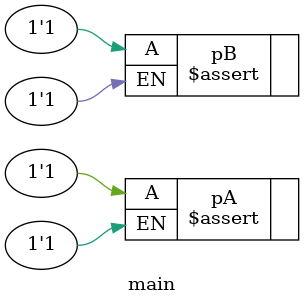
<source format=sv>
module main;

  enum { A = 1, B = A + 10 } my_enum;

  // expected to pass
  pA: assert property (A == 1);
  pB: assert property (B == 11);

endmodule

</source>
